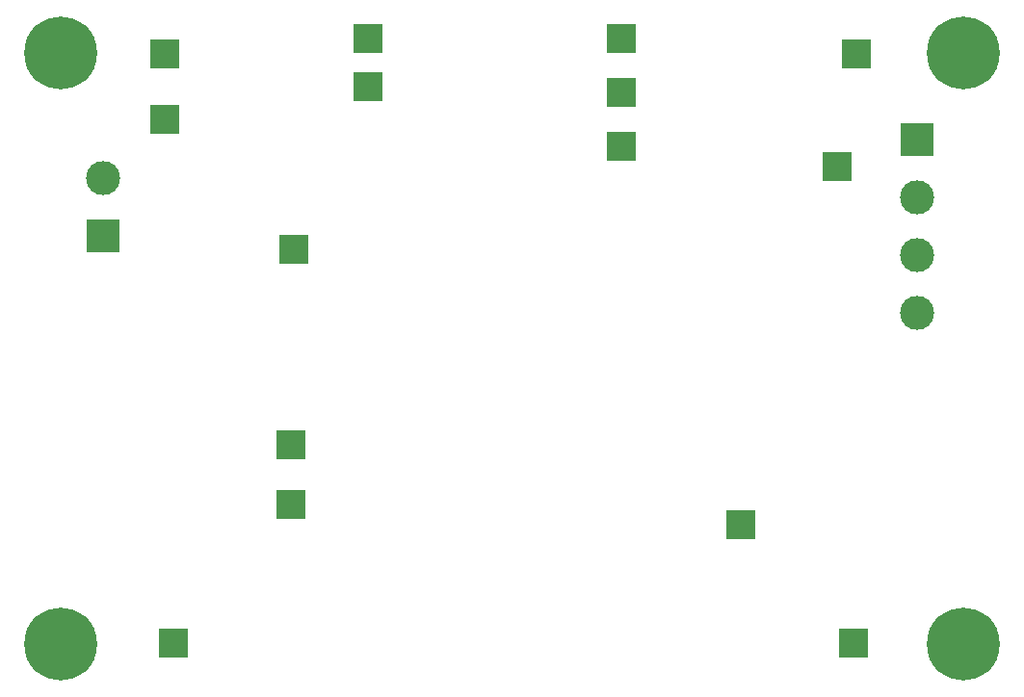
<source format=gbs>
G04 #@! TF.GenerationSoftware,KiCad,Pcbnew,7.0.8*
G04 #@! TF.CreationDate,2023-11-17T17:21:29+01:00*
G04 #@! TF.ProjectId,universal12Vsupply,756e6976-6572-4736-916c-313256737570,rev?*
G04 #@! TF.SameCoordinates,Original*
G04 #@! TF.FileFunction,Soldermask,Bot*
G04 #@! TF.FilePolarity,Negative*
%FSLAX46Y46*%
G04 Gerber Fmt 4.6, Leading zero omitted, Abs format (unit mm)*
G04 Created by KiCad (PCBNEW 7.0.8) date 2023-11-17 17:21:29*
%MOMM*%
%LPD*%
G01*
G04 APERTURE LIST*
%ADD10R,2.500000X2.500000*%
%ADD11C,0.800000*%
%ADD12C,6.400000*%
%ADD13R,3.000000X3.000000*%
%ADD14C,3.000000*%
G04 APERTURE END LIST*
D10*
X133400000Y-26600000D03*
D11*
X140402944Y-26500000D03*
X141105888Y-24802944D03*
X141105888Y-28197056D03*
X142802944Y-24100000D03*
D12*
X142802944Y-26500000D03*
D11*
X142802944Y-28900000D03*
X144500000Y-24802944D03*
X144500000Y-28197056D03*
X145202944Y-26500000D03*
D10*
X90500000Y-25250000D03*
X112750000Y-34750000D03*
X84000000Y-43750000D03*
X73400000Y-78400000D03*
X83750000Y-61000000D03*
X83750000Y-66250000D03*
X72600000Y-32400000D03*
X90500000Y-29500000D03*
D11*
X61100000Y-26500000D03*
X61802944Y-24802944D03*
X61802944Y-28197056D03*
X63500000Y-24100000D03*
D12*
X63500000Y-26500000D03*
D11*
X63500000Y-28900000D03*
X65197056Y-24802944D03*
X65197056Y-28197056D03*
X65900000Y-26500000D03*
D10*
X112750000Y-30000000D03*
X123250000Y-68000000D03*
X131750000Y-36500000D03*
X133200000Y-78400000D03*
D13*
X67200000Y-42640000D03*
D14*
X67200000Y-37560000D03*
D10*
X112750000Y-25250000D03*
D11*
X61100000Y-78500000D03*
X61802944Y-76802944D03*
X61802944Y-80197056D03*
X63500000Y-76100000D03*
D12*
X63500000Y-78500000D03*
D11*
X63500000Y-80900000D03*
X65197056Y-76802944D03*
X65197056Y-80197056D03*
X65900000Y-78500000D03*
D13*
X138800000Y-34140000D03*
D14*
X138800000Y-39220000D03*
X138800000Y-44300000D03*
X138800000Y-49380000D03*
D11*
X140402944Y-78500000D03*
X141105888Y-76802944D03*
X141105888Y-80197056D03*
X142802944Y-76100000D03*
D12*
X142802944Y-78500000D03*
D11*
X142802944Y-80900000D03*
X144500000Y-76802944D03*
X144500000Y-80197056D03*
X145202944Y-78500000D03*
D10*
X72600000Y-26600000D03*
M02*

</source>
